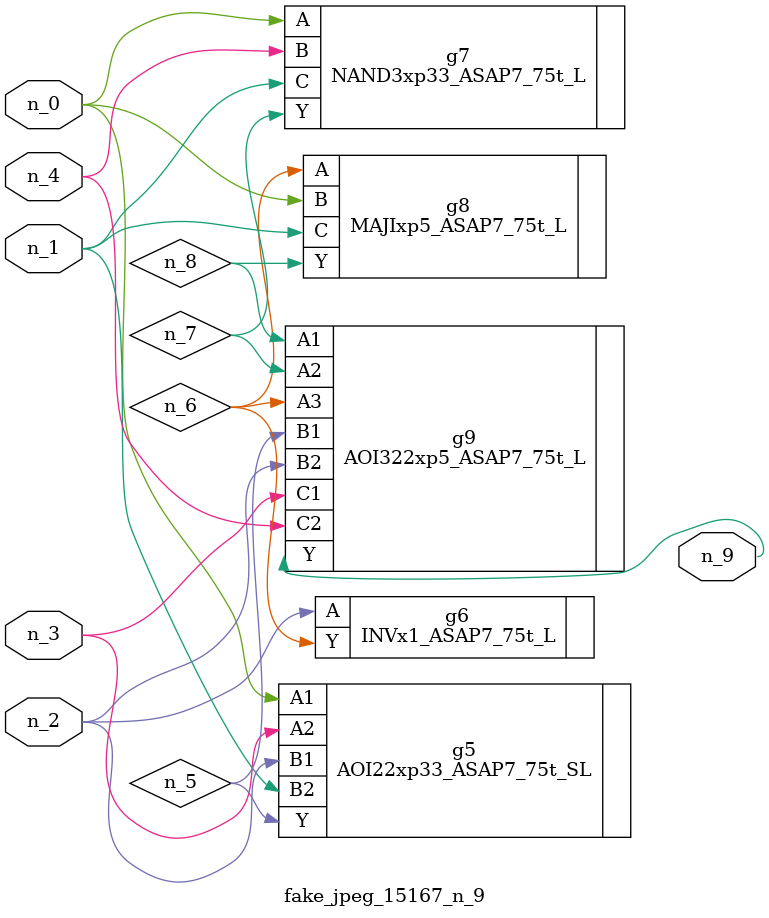
<source format=v>
module fake_jpeg_15167_n_9 (n_3, n_2, n_1, n_0, n_4, n_9);

input n_3;
input n_2;
input n_1;
input n_0;
input n_4;

output n_9;

wire n_8;
wire n_6;
wire n_5;
wire n_7;

AOI22xp33_ASAP7_75t_SL g5 ( 
.A1(n_0),
.A2(n_3),
.B1(n_2),
.B2(n_1),
.Y(n_5)
);

INVx1_ASAP7_75t_L g6 ( 
.A(n_2),
.Y(n_6)
);

NAND3xp33_ASAP7_75t_L g7 ( 
.A(n_0),
.B(n_4),
.C(n_1),
.Y(n_7)
);

MAJIxp5_ASAP7_75t_L g8 ( 
.A(n_6),
.B(n_0),
.C(n_1),
.Y(n_8)
);

AOI322xp5_ASAP7_75t_L g9 ( 
.A1(n_8),
.A2(n_7),
.A3(n_6),
.B1(n_5),
.B2(n_2),
.C1(n_3),
.C2(n_4),
.Y(n_9)
);


endmodule
</source>
